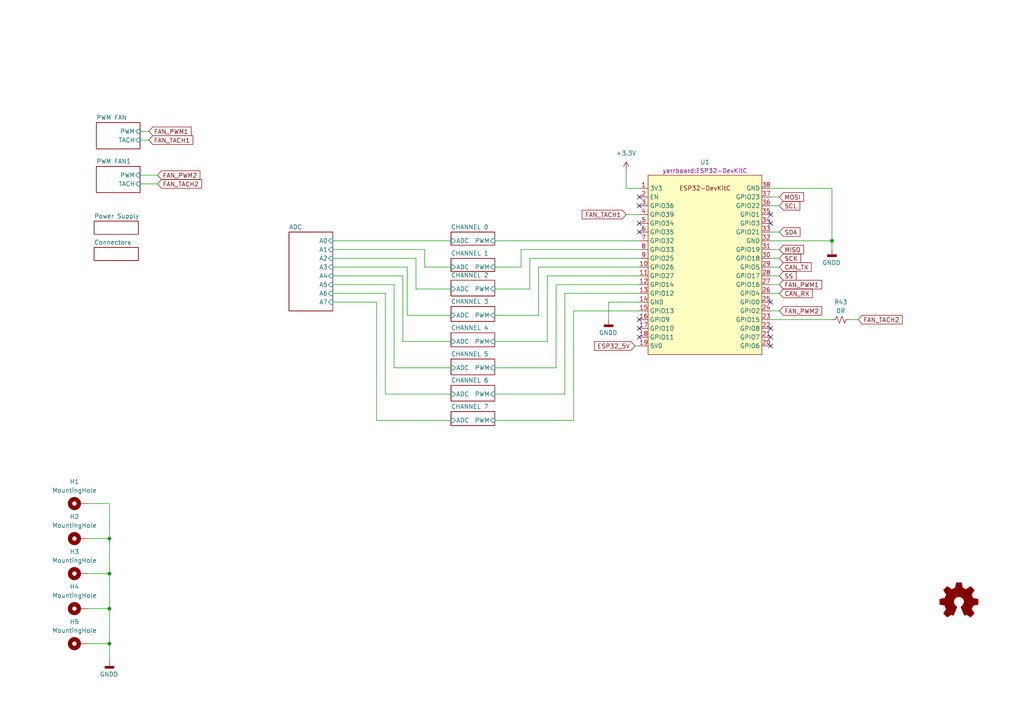
<source format=kicad_sch>
(kicad_sch (version 20231120) (generator "eeschema") (generator_version "8.0")
  (paper "A4")
  (title_block (title "Yarrboard 8ch Mosfet Driver") (rev "C1") (company "https://github.com/hoeken/yarrboard"))
  (lib_symbols
    (symbol "Device:R_Small_US" (pin_numbers hide) (pin_names (offset 0.254) hide)
      (property "Reference" "R" (at 0.762 0.508 0))
      (property "Value" "R_Small_US" (at 0.762 -1.016 0))
      (symbol "R_Small_US_1_1"
        (polyline (pts (xy 0 0) (xy 1.016 -0.381) (xy 0 -0.762) (xy -1.016 -1.143) (xy 0 -1.524)))
        (polyline (pts (xy 0 1.524) (xy 1.016 1.143) (xy 0 0.762) (xy -1.016 0.381) (xy 0 0)))
        (pin passive line (at 0 2.54 270) (length 1.016) (name "~") (number "1"))
        (pin passive line (at 0 -2.54 90) (length 1.016) (name "~") (number "2"))
      )
    )
    (symbol "Graphic:Logo_Open_Hardware_Small" (in_bom no) (on_board no)
      (symbol "Logo_Open_Hardware_Small_0_1"
        (polyline (pts (xy 3.3528 -4.3434) (xy 3.302 -4.318) (xy 3.175 -4.2418) (xy 2.9972 -4.1148) (xy 2.7686 -3.9624) (xy 2.54 -3.81) (xy 2.3622 -3.7084) (xy 2.2352 -3.6068) (xy 2.1844 -3.5814) (xy 2.159 -3.6068) (xy 2.0574 -3.6576) (xy 1.905 -3.7338) (xy 1.8034 -3.7846) (xy 1.6764 -3.8354) (xy 1.6002 -3.8354) (xy 1.6002 -3.8354) (xy 1.5494 -3.7338) (xy 1.4732 -3.5306) (xy 1.3462 -3.302) (xy 1.2446 -3.0226) (xy 1.1176 -2.7178) (xy 0.9652 -2.413) (xy 0.8636 -2.1082) (xy 0.7366 -1.8288) (xy 0.6604 -1.6256) (xy 0.6096 -1.4732) (xy 0.5842 -1.397) (xy 0.5842 -1.397) (xy 0.6604 -1.3208) (xy 0.7874 -1.2446) (xy 1.0414 -1.016) (xy 1.2954 -0.6858) (xy 1.4478 -0.3302) (xy 1.524 0.0762) (xy 1.4732 0.4572) (xy 1.3208 0.8128) (xy 1.0668 1.143) (xy 0.762 1.3716) (xy 0.4064 1.524) (xy 0 1.5748) (xy -0.381 1.5494) (xy -0.7366 1.397) (xy -1.0668 1.143) (xy -1.2192 0.9906) (xy -1.397 0.6604) (xy -1.524 0.3048) (xy -1.524 0.2286) (xy -1.4986 -0.1778) (xy -1.397 -0.5334) (xy -1.1938 -0.8636) (xy -0.9144 -1.143) (xy -0.8636 -1.1684) (xy -0.7366 -1.27) (xy -0.635 -1.3462) (xy -0.5842 -1.397) (xy -1.0668 -2.5908) (xy -1.143 -2.794) (xy -1.2954 -3.1242) (xy -1.397 -3.4036) (xy -1.4986 -3.6322) (xy -1.5748 -3.7846) (xy -1.6002 -3.8354) (xy -1.6002 -3.8354) (xy -1.651 -3.8354) (xy -1.7272 -3.81) (xy -1.905 -3.7338) (xy -2.0066 -3.683) (xy -2.1336 -3.6068) (xy -2.2098 -3.5814) (xy -2.2606 -3.6068) (xy -2.3622 -3.683) (xy -2.54 -3.81) (xy -2.7686 -3.9624) (xy -2.9718 -4.0894) (xy -3.1496 -4.2164) (xy -3.302 -4.318) (xy -3.3528 -4.3434) (xy -3.3782 -4.3434) (xy -3.429 -4.318) (xy -3.5306 -4.2164) (xy -3.7084 -4.064) (xy -3.937 -3.8354) (xy -3.9624 -3.81) (xy -4.1656 -3.6068) (xy -4.318 -3.4544) (xy -4.4196 -3.3274) (xy -4.445 -3.2766) (xy -4.445 -3.2766) (xy -4.4196 -3.2258) (xy -4.318 -3.0734) (xy -4.2164 -2.8956) (xy -4.064 -2.667) (xy -3.6576 -2.0828) (xy -3.8862 -1.5494) (xy -3.937 -1.3716) (xy -4.0386 -1.1684) (xy -4.0894 -1.0414) (xy -4.1148 -0.9652) (xy -4.191 -0.9398) (xy -4.318 -0.9144) (xy -4.5466 -0.8636) (xy -4.8006 -0.8128) (xy -5.0546 -0.7874) (xy -5.2578 -0.7366) (xy -5.4356 -0.7112) (xy -5.5118 -0.6858) (xy -5.5118 -0.6858) (xy -5.5372 -0.635) (xy -5.5372 -0.5588) (xy -5.5372 -0.4318) (xy -5.5626 -0.2286) (xy -5.5626 0.0762) (xy -5.5626 0.127) (xy -5.5372 0.4064) (xy -5.5372 0.635) (xy -5.5372 0.762) (xy -5.5372 0.8382) (xy -5.5372 0.8382) (xy -5.461 0.8382) (xy -5.3086 0.889) (xy -5.08 0.9144) (xy -4.826 0.9652) (xy -4.8006 0.9906) (xy -4.5466 1.0414) (xy -4.318 1.0668) (xy -4.1656 1.1176) (xy -4.0894 1.143) (xy -4.0894 1.143) (xy -4.0386 1.2446) (xy -3.9624 1.4224) (xy -3.8608 1.6256) (xy -3.7846 1.8288) (xy -3.7084 2.0066) (xy -3.6576 2.159) (xy -3.6322 2.2098) (xy -3.6322 2.2098) (xy -3.683 2.286) (xy -3.7592 2.413) (xy -3.8862 2.5908) (xy -4.064 2.8194) (xy -4.064 2.8448) (xy -4.2164 3.0734) (xy -4.3434 3.2512) (xy -4.4196 3.3782) (xy -4.445 3.4544) (xy -4.445 3.4544) (xy -4.3942 3.5052) (xy -4.2926 3.6322) (xy -4.1148 3.81) (xy -3.937 4.0132) (xy -3.8608 4.064) (xy -3.6576 4.2926) (xy -3.5052 4.4196) (xy -3.4036 4.4958) (xy -3.3528 4.5212) (xy -3.3528 4.5212) (xy -3.302 4.4704) (xy -3.1496 4.3688) (xy -2.9718 4.2418) (xy -2.7432 4.0894) (xy -2.7178 4.0894) (xy -2.4892 3.937) (xy -2.3114 3.81) (xy -2.1844 3.7084) (xy -2.1336 3.683) (xy -2.1082 3.683) (xy -2.032 3.7084) (xy -1.8542 3.7592) (xy -1.6764 3.8354) (xy -1.4732 3.937) (xy -1.27 4.0132) (xy -1.143 4.064) (xy -1.0668 4.1148) (xy -1.0668 4.1148) (xy -1.0414 4.191) (xy -1.016 4.3434) (xy -0.9652 4.572) (xy -0.9144 4.8514) (xy -0.889 4.9022) (xy -0.8382 5.1562) (xy -0.8128 5.3848) (xy -0.7874 5.5372) (xy -0.762 5.588) (xy -0.7112 5.6134) (xy -0.5842 5.6134) (xy -0.4064 5.6134) (xy -0.1524 5.6134) (xy 0.0762 5.6134) (xy 0.3302 5.6134) (xy 0.5334 5.6134) (xy 0.6858 5.588) (xy 0.7366 5.588) (xy 0.7366 5.588) (xy 0.762 5.5118) (xy 0.8128 5.334) (xy 0.8382 5.1054) (xy 0.9144 4.826) (xy 0.9144 4.7752) (xy 0.9652 4.5212) (xy 1.016 4.2926) (xy 1.0414 4.1402) (xy 1.0668 4.0894) (xy 1.0668 4.0894) (xy 1.1938 4.0386) (xy 1.3716 3.9624) (xy 1.5748 3.8608) (xy 2.0828 3.6576) (xy 2.7178 4.0894) (xy 2.7686 4.1402) (xy 2.9972 4.2926) (xy 3.175 4.4196) (xy 3.302 4.4958) (xy 3.3782 4.5212) (xy 3.3782 4.5212) (xy 3.429 4.4704) (xy 3.556 4.3434) (xy 3.7338 4.191) (xy 3.9116 3.9878) (xy 4.064 3.8354) (xy 4.2418 3.6576) (xy 4.3434 3.556) (xy 4.4196 3.4798) (xy 4.4196 3.429) (xy 4.4196 3.4036) (xy 4.3942 3.3274) (xy 4.2926 3.2004) (xy 4.1656 2.9972) (xy 4.0132 2.794) (xy 3.8862 2.5908) (xy 3.7592 2.3876) (xy 3.6576 2.2352) (xy 3.6322 2.159) (xy 3.6322 2.1336) (xy 3.683 2.0066) (xy 3.7592 1.8288) (xy 3.8608 1.6002) (xy 4.064 1.1176) (xy 4.3942 1.0414) (xy 4.5974 1.016) (xy 4.8768 0.9652) (xy 5.1308 0.9144) (xy 5.5372 0.8382) (xy 5.5626 -0.6604) (xy 5.4864 -0.6858) (xy 5.4356 -0.6858) (xy 5.2832 -0.7366) (xy 5.0546 -0.762) (xy 4.8006 -0.8128) (xy 4.5974 -0.8636) (xy 4.3688 -0.9144) (xy 4.2164 -0.9398) (xy 4.1402 -0.9398) (xy 4.1148 -0.9652) (xy 4.064 -1.0668) (xy 3.9878 -1.2446) (xy 3.9116 -1.4478) (xy 3.81 -1.651) (xy 3.7338 -1.8542) (xy 3.683 -2.0066) (xy 3.6576 -2.0828) (xy 3.683 -2.1336) (xy 3.7846 -2.2606) (xy 3.8862 -2.4638) (xy 4.0386 -2.667) (xy 4.191 -2.8956) (xy 4.318 -3.0734) (xy 4.3942 -3.2004) (xy 4.445 -3.2766) (xy 4.4196 -3.3274) (xy 4.3434 -3.429) (xy 4.1656 -3.5814) (xy 3.937 -3.8354) (xy 3.8862 -3.8608) (xy 3.683 -4.064) (xy 3.5306 -4.2164) (xy 3.4036 -4.318) (xy 3.3528 -4.3434)) (fill (type outline)))
      )
    )
    (symbol "Mechanical:MountingHole_Pad" (pin_numbers hide) (pin_names (offset 1.016) hide)
      (property "Reference" "H" (at 0 6.35 0))
      (property "Value" "MountingHole_Pad" (at 0 4.445 0))
      (symbol "MountingHole_Pad_0_1"
        (circle (center 0 1.27) (radius 1.27) (stroke (width 1.27)))
      )
      (symbol "MountingHole_Pad_1_1"
        (pin input line (at 0 -2.54 90) (length 2.54) (name "1") (number "1"))
      )
    )
    (symbol "gnarboard:ESP32_DevKit_C"
      (property "Reference" "U" (at 0 29.21 0))
      (symbol "ESP32_DevKit_C_1_1"
        (rectangle (start -16.51 25.4) (end 16.51 -26.67) (fill (type background)))
        (text "ESP32-DevKitC" (at 0 21.59 0) (effects (font (size 1.27 1.27))))
        (pin power_out line (at -19.05 21.59 0) (length 2.54) (name "3V3") (number "1"))
        (pin bidirectional line (at -19.05 -1.27 0) (length 2.54) (name "GPIO26") (number "10"))
        (pin bidirectional line (at -19.05 -3.81 0) (length 2.54) (name "GPIO27") (number "11"))
        (pin bidirectional line (at -19.05 -6.35 0) (length 2.54) (name "GPIO14") (number "12"))
        (pin bidirectional line (at -19.05 -8.89 0) (length 2.54) (name "GPIO12") (number "13"))
        (pin power_in line (at -19.05 -11.43 0) (length 2.54) (name "GND") (number "14"))
        (pin bidirectional line (at -19.05 -13.97 0) (length 2.54) (name "GPIO13") (number "15"))
        (pin bidirectional line (at -19.05 -16.51 0) (length 2.54) (name "GPIO9") (number "16"))
        (pin bidirectional line (at -19.05 -19.05 0) (length 2.54) (name "GPIO10") (number "17"))
        (pin bidirectional line (at -19.05 -21.59 0) (length 2.54) (name "GPIO11") (number "18"))
        (pin power_in line (at -19.05 -24.13 0) (length 2.54) (name "5V0") (number "19"))
        (pin bidirectional line (at -19.05 19.05 0) (length 2.54) (name "EN") (number "2"))
        (pin bidirectional line (at 19.05 -24.13 180) (length 2.54) (name "GPIO6") (number "20"))
        (pin bidirectional line (at 19.05 -21.59 180) (length 2.54) (name "GPIO7") (number "21"))
        (pin bidirectional line (at 19.05 -19.05 180) (length 2.54) (name "GPIO8") (number "22"))
        (pin bidirectional line (at 19.05 -16.51 180) (length 2.54) (name "GPIO15") (number "23"))
        (pin bidirectional line (at 19.05 -13.97 180) (length 2.54) (name "GPIO2") (number "24"))
        (pin bidirectional line (at 19.05 -11.43 180) (length 2.54) (name "GPIO0") (number "25"))
        (pin bidirectional line (at 19.05 -8.89 180) (length 2.54) (name "GPIO4") (number "26"))
        (pin bidirectional line (at 19.05 -6.35 180) (length 2.54) (name "GPIO16") (number "27"))
        (pin bidirectional line (at 19.05 -3.81 180) (length 2.54) (name "GPIO17") (number "28"))
        (pin bidirectional line (at 19.05 -1.27 180) (length 2.54) (name "GPIO5") (number "29"))
        (pin bidirectional line (at -19.05 16.51 0) (length 2.54) (name "GPIO36") (number "3"))
        (pin bidirectional line (at 19.05 1.27 180) (length 2.54) (name "GPIO18") (number "30"))
        (pin bidirectional line (at 19.05 3.81 180) (length 2.54) (name "GPIO19") (number "31"))
        (pin power_in line (at 19.05 6.35 180) (length 2.54) (name "GND") (number "32"))
        (pin bidirectional line (at 19.05 8.89 180) (length 2.54) (name "GPIO21") (number "33"))
        (pin bidirectional line (at 19.05 11.43 180) (length 2.54) (name "GPIO3") (number "34"))
        (pin bidirectional line (at 19.05 13.97 180) (length 2.54) (name "GPIO1") (number "35"))
        (pin bidirectional line (at 19.05 16.51 180) (length 2.54) (name "GPIO22") (number "36"))
        (pin bidirectional line (at 19.05 19.05 180) (length 2.54) (name "GPIO23") (number "37"))
        (pin power_in line (at 19.05 21.59 180) (length 2.54) (name "GND") (number "38"))
        (pin bidirectional line (at -19.05 13.97 0) (length 2.54) (name "GPIO39") (number "4"))
        (pin bidirectional line (at -19.05 11.43 0) (length 2.54) (name "GPIO34") (number "5"))
        (pin bidirectional line (at -19.05 8.89 0) (length 2.54) (name "GPIO35") (number "6"))
        (pin bidirectional line (at -19.05 6.35 0) (length 2.54) (name "GPIO32") (number "7"))
        (pin bidirectional line (at -19.05 3.81 0) (length 2.54) (name "GPIO33") (number "8"))
        (pin bidirectional line (at -19.05 1.27 0) (length 2.54) (name "GPIO25") (number "9"))
      )
    )
    (symbol "power:+3.3V" (power) (pin_names (offset 0))
      (property "Value" "+3.3V" (at 0 3.556 0))
      (symbol "+3.3V_0_1"
        (polyline (pts (xy -0.762 1.27) (xy 0 2.54)))
        (polyline (pts (xy 0 0) (xy 0 2.54)))
        (polyline (pts (xy 0 2.54) (xy 0.762 1.27)))
      )
      (symbol "+3.3V_1_1"
        (pin power_in line (at 0 0 90) (length 0) hide (name "+3.3V") (number "1"))
      )
    )
    (symbol "power:GNDD" (power) (pin_names (offset 0))
      (property "Value" "GNDD" (at 0 -3.175 0))
      (symbol "GNDD_0_1"
        (rectangle (start -1.27 -1.524) (end 1.27 -2.032) (stroke (width 0.254)) (fill (type outline)))
        (polyline (pts (xy 0 0) (xy 0 -1.524)))
      )
      (symbol "GNDD_1_1"
        (pin power_in line (at 0 0 270) (length 0) hide (name "GNDD") (number "1"))
      )
    )
  )
  (junction (at 31.75 156.21))
  (junction (at 31.75 186.69))
  (junction (at 31.75 166.37))
  (junction (at 31.75 176.53))
  (junction (at 241.3 69.85))
  (no_connect (at 185.42 64.77))
  (no_connect (at 185.42 57.15))
  (no_connect (at 223.52 97.79))
  (no_connect (at 185.42 95.25))
  (no_connect (at 185.42 97.79))
  (no_connect (at 185.42 92.71))
  (no_connect (at 185.42 59.69))
  (no_connect (at 223.52 64.77))
  (no_connect (at 223.52 62.23))
  (no_connect (at 223.52 100.33))
  (no_connect (at 223.52 87.63))
  (no_connect (at 185.42 67.31))
  (no_connect (at 223.52 95.25))
  (wire (pts (xy 181.61 62.23) (xy 185.42 62.23)))
  (wire (pts (xy 40.64 40.64) (xy 43.18 40.64)))
  (wire (pts (xy 185.42 82.55) (xy 161.29 82.55)))
  (wire (pts (xy 223.52 85.09) (xy 226.06 85.09)))
  (wire (pts (xy 31.75 166.37) (xy 31.75 156.21)))
  (wire (pts (xy 114.3 106.68) (xy 114.3 82.55)))
  (wire (pts (xy 31.75 176.53) (xy 31.75 186.69)))
  (wire (pts (xy 166.37 90.17) (xy 185.42 90.17)))
  (wire (pts (xy 223.52 69.85) (xy 241.3 69.85)))
  (wire (pts (xy 118.11 77.47) (xy 96.52 77.47)))
  (wire (pts (xy 96.52 74.93) (xy 120.65 74.93)))
  (wire (pts (xy 158.75 99.06) (xy 143.51 99.06)))
  (wire (pts (xy 130.81 77.47) (xy 123.19 77.47)))
  (wire (pts (xy 40.64 50.8) (xy 45.72 50.8)))
  (wire (pts (xy 153.67 83.82) (xy 153.67 74.93)))
  (wire (pts (xy 130.81 91.44) (xy 118.11 91.44)))
  (wire (pts (xy 130.81 106.68) (xy 114.3 106.68)))
  (wire (pts (xy 25.4 146.05) (xy 31.75 146.05)))
  (wire (pts (xy 96.52 85.09) (xy 111.76 85.09)))
  (wire (pts (xy 161.29 106.68) (xy 143.51 106.68)))
  (wire (pts (xy 223.52 74.93) (xy 226.06 74.93)))
  (wire (pts (xy 158.75 80.01) (xy 158.75 99.06)))
  (wire (pts (xy 31.75 146.05) (xy 31.75 156.21)))
  (wire (pts (xy 114.3 82.55) (xy 96.52 82.55)))
  (wire (pts (xy 143.51 121.92) (xy 166.37 121.92)))
  (wire (pts (xy 151.13 77.47) (xy 151.13 72.39)))
  (wire (pts (xy 31.75 156.21) (xy 25.4 156.21)))
  (wire (pts (xy 25.4 176.53) (xy 31.75 176.53)))
  (wire (pts (xy 96.52 87.63) (xy 109.22 87.63)))
  (wire (pts (xy 123.19 72.39) (xy 96.52 72.39)))
  (wire (pts (xy 223.52 72.39) (xy 226.06 72.39)))
  (wire (pts (xy 31.75 166.37) (xy 31.75 176.53)))
  (wire (pts (xy 181.61 54.61) (xy 185.42 54.61)))
  (wire (pts (xy 176.53 87.63) (xy 185.42 87.63)))
  (wire (pts (xy 156.21 91.44) (xy 156.21 77.47)))
  (wire (pts (xy 109.22 87.63) (xy 109.22 121.92)))
  (wire (pts (xy 223.52 57.15) (xy 226.06 57.15)))
  (wire (pts (xy 25.4 186.69) (xy 31.75 186.69)))
  (wire (pts (xy 223.52 90.17) (xy 226.06 90.17)))
  (wire (pts (xy 151.13 72.39) (xy 185.42 72.39)))
  (wire (pts (xy 120.65 83.82) (xy 130.81 83.82)))
  (wire (pts (xy 109.22 121.92) (xy 130.81 121.92)))
  (wire (pts (xy 241.3 54.61) (xy 241.3 69.85)))
  (wire (pts (xy 163.83 114.3) (xy 143.51 114.3)))
  (wire (pts (xy 223.52 82.55) (xy 226.06 82.55)))
  (wire (pts (xy 116.84 80.01) (xy 116.84 99.06)))
  (wire (pts (xy 223.52 92.71) (xy 241.3 92.71)))
  (wire (pts (xy 40.64 53.34) (xy 45.72 53.34)))
  (wire (pts (xy 166.37 90.17) (xy 166.37 121.92)))
  (wire (pts (xy 31.75 186.69) (xy 31.75 191.77)))
  (wire (pts (xy 96.52 80.01) (xy 116.84 80.01)))
  (wire (pts (xy 185.42 85.09) (xy 163.83 85.09)))
  (wire (pts (xy 223.52 59.69) (xy 226.06 59.69)))
  (wire (pts (xy 25.4 166.37) (xy 31.75 166.37)))
  (wire (pts (xy 241.3 54.61) (xy 223.52 54.61)))
  (wire (pts (xy 181.61 49.53) (xy 181.61 54.61)))
  (wire (pts (xy 184.15 100.33) (xy 185.42 100.33)))
  (wire (pts (xy 246.38 92.71) (xy 248.92 92.71)))
  (wire (pts (xy 223.52 80.01) (xy 226.06 80.01)))
  (wire (pts (xy 153.67 74.93) (xy 185.42 74.93)))
  (wire (pts (xy 111.76 85.09) (xy 111.76 114.3)))
  (wire (pts (xy 223.52 67.31) (xy 226.06 67.31)))
  (wire (pts (xy 40.64 38.1) (xy 43.18 38.1)))
  (wire (pts (xy 223.52 77.47) (xy 226.06 77.47)))
  (wire (pts (xy 123.19 77.47) (xy 123.19 72.39)))
  (wire (pts (xy 241.3 72.39) (xy 241.3 69.85)))
  (wire (pts (xy 111.76 114.3) (xy 130.81 114.3)))
  (wire (pts (xy 156.21 91.44) (xy 143.51 91.44)))
  (wire (pts (xy 96.52 69.85) (xy 130.81 69.85)))
  (wire (pts (xy 161.29 82.55) (xy 161.29 106.68)))
  (wire (pts (xy 116.84 99.06) (xy 130.81 99.06)))
  (wire (pts (xy 143.51 69.85) (xy 185.42 69.85)))
  (wire (pts (xy 143.51 77.47) (xy 151.13 77.47)))
  (wire (pts (xy 143.51 83.82) (xy 153.67 83.82)))
  (wire (pts (xy 185.42 77.47) (xy 156.21 77.47)))
  (wire (pts (xy 185.42 80.01) (xy 158.75 80.01)))
  (wire (pts (xy 118.11 77.47) (xy 118.11 91.44)))
  (wire (pts (xy 176.53 92.71) (xy 176.53 87.63)))
  (wire (pts (xy 163.83 85.09) (xy 163.83 114.3)))
  (wire (pts (xy 120.65 83.82) (xy 120.65 74.93)))
  (global_label "SCL" (shape input) (at 226.06 59.69 0) (property "Intersheetrefs" "${INTERSHEET_REFS}" (effects (hide yes))))
  (global_label "SS" (shape input) (at 226.06 80.01 0) (property "Intersheetrefs" "${INTERSHEET_REFS}" (effects (hide yes))))
  (global_label "FAN_TACH2" (shape input) (at 45.72 53.34 0) (property "Intersheetrefs" "${INTERSHEET_REFS}" (effects (hide yes))))
  (global_label "CAN_TX" (shape input) (at 226.06 77.47 0) (property "Intersheetrefs" "${INTERSHEET_REFS}" (effects (hide yes))))
  (global_label "SDA" (shape input) (at 226.06 67.31 0) (property "Intersheetrefs" "${INTERSHEET_REFS}" (effects (hide yes))))
  (global_label "FAN_PWM1" (shape input) (at 226.06 82.55 0) (property "Intersheetrefs" "${INTERSHEET_REFS}" (effects (hide yes))))
  (global_label "MOSI" (shape input) (at 226.06 57.15 0) (property "Intersheetrefs" "${INTERSHEET_REFS}" (effects (hide yes))))
  (global_label "ESP32_5V" (shape input) (at 184.15 100.33 180) (property "Intersheetrefs" "${INTERSHEET_REFS}" (effects (hide yes))))
  (global_label "FAN_PWM2" (shape input) (at 45.72 50.8 0) (property "Intersheetrefs" "${INTERSHEET_REFS}" (effects (hide yes))))
  (global_label "MISO" (shape input) (at 226.06 72.39 0) (property "Intersheetrefs" "${INTERSHEET_REFS}" (effects (hide yes))))
  (global_label "SCK" (shape input) (at 226.06 74.93 0) (property "Intersheetrefs" "${INTERSHEET_REFS}" (effects (hide yes))))
  (global_label "FAN_PWM1" (shape input) (at 43.18 38.1 0) (property "Intersheetrefs" "${INTERSHEET_REFS}" (effects (hide yes))))
  (global_label "CAN_RX" (shape input) (at 226.06 85.09 0) (property "Intersheetrefs" "${INTERSHEET_REFS}" (effects (hide yes))))
  (global_label "FAN_TACH2" (shape input) (at 248.92 92.71 0) (property "Intersheetrefs" "${INTERSHEET_REFS}" (effects (hide yes))))
  (global_label "FAN_TACH1" (shape input) (at 43.18 40.64 0) (property "Intersheetrefs" "${INTERSHEET_REFS}" (effects (hide yes))))
  (global_label "FAN_PWM2" (shape input) (at 226.06 90.17 0) (property "Intersheetrefs" "${INTERSHEET_REFS}" (effects (hide yes))))
  (global_label "FAN_TACH1" (shape input) (at 181.61 62.23 180) (property "Intersheetrefs" "${INTERSHEET_REFS}" (effects (hide yes))))
  (symbol (lib_id "Device:R_Small_US") (at 243.84 92.71 90) (unit 1)
    (property "Reference" "R43" (at 243.84 87.63 90))
    (property "Value" "0R" (at 243.84 90.17 90))
    (property "Footprint" "Resistor_SMD:R_0805_2012Metric_Pad1.20x1.40mm_HandSolder" (effects (hide yes)))
  )
  (symbol (lib_id "power:GNDD") (at 241.3 72.39 0) (unit 1)
    (property "Reference" "#PWR05" (effects (hide yes)))
    (property "Value" "GNDD" (at 243.84 76.2 0) (effects (justify right)))
  )
  (symbol (lib_id "Mechanical:MountingHole_Pad") (at 22.86 166.37 90) (unit 1) (in_bom no)
    (property "Reference" "H3" (at 21.59 160.02 90))
    (property "Value" "MountingHole" (at 21.59 162.56 90))
    (property "Footprint" "MountingHole:MountingHole_3.2mm_M3_DIN965_Pad" (effects (hide yes)))
  )
  (symbol (lib_id "power:+3.3V") (at 181.61 49.53 0) (unit 1)
    (property "Reference" "#PWR02" (effects (hide yes)))
    (property "Value" "+3.3V" (at 181.61 44.45 0))
  )
  (symbol (lib_id "Mechanical:MountingHole_Pad") (at 22.86 186.69 90) (unit 1) (in_bom no)
    (property "Reference" "H5" (at 21.59 180.34 90))
    (property "Value" "MountingHole" (at 21.59 182.88 90))
    (property "Footprint" "MountingHole:MountingHole_3.2mm_M3_DIN965_Pad" (effects (hide yes)))
  )
  (symbol (lib_id "Mechanical:MountingHole_Pad") (at 22.86 156.21 90) (unit 1) (in_bom no)
    (property "Reference" "H2" (at 21.59 149.86 90))
    (property "Value" "MountingHole" (at 21.59 152.4 90))
    (property "Footprint" "MountingHole:MountingHole_3.2mm_M3_DIN965_Pad" (effects (hide yes)))
  )
  (symbol (lib_id "gnarboard:ESP32_DevKit_C") (at 204.47 76.2 0) (unit 1)
    (property "Reference" "U1" (at 204.47 46.99 0))
    (property "Value" "ESP32-DEVKITC" (effects (hide yes)))
    (property "Footprint" "yarrboard:ESP32-DevKitC" (at 204.47 49.53 0))
    (property "Mouser" "356-ESP32-DEVKITC32E " (effects (hide yes)))
  )
  (symbol (lib_id "Mechanical:MountingHole_Pad") (at 22.86 146.05 90) (unit 1) (in_bom no)
    (property "Reference" "H1" (at 21.59 139.7 90))
    (property "Value" "MountingHole" (at 21.59 142.24 90))
    (property "Footprint" "MountingHole:MountingHole_3.2mm_M3_DIN965_Pad" (effects (hide yes)))
  )
  (symbol (lib_id "power:GNDD") (at 31.75 191.77 0) (unit 1)
    (property "Reference" "#PWR067" (effects (hide yes)))
    (property "Value" "GNDD" (at 34.29 195.58 0) (effects (justify right)))
  )
  (symbol (lib_id "Mechanical:MountingHole_Pad") (at 22.86 176.53 90) (unit 1) (in_bom no)
    (property "Reference" "H4" (at 21.59 170.18 90))
    (property "Value" "MountingHole" (at 21.59 172.72 90))
    (property "Footprint" "MountingHole:MountingHole_3.2mm_M3_DIN965_Pad" (effects (hide yes)))
  )
  (symbol (lib_id "power:GNDD") (at 176.53 92.71 0) (unit 1)
    (property "Reference" "#PWR04" (effects (hide yes)))
    (property "Value" "GNDD" (at 179.07 96.52 0) (effects (justify right)))
  )
  (symbol (lib_id "Graphic:Logo_Open_Hardware_Small") (at 278.13 174.625 0) (unit 1) (exclude_from_sim yes) (in_bom no) (on_board no)
    (property "Reference" "#SYM1" (effects (hide yes)))
    (property "Value" "Logo_Open_Hardware_Small" (effects (hide yes)))
    (property "Footprint" "Symbol:OSHW-Logo2_14.6x12mm_SilkScreen" (effects (hide yes)))
  )
  (sheet (at 27.305 71.755) (size 12.827 3.81) (stroke (width 0.1524))
    (property "Sheetname" "Connectors" (at 27.305 71.0434 0) (effects (justify left bottom)))
    (property "Sheetfile" "connectors.kicad_sch" (effects (hide yes)))
  )
  (sheet (at 27.94 48.26) (size 12.7 7.62) (stroke (width 0.1524))
    (property "Sheetname" "PWM FAN1" (at 27.94 47.5484 0) (effects (justify left bottom)))
    (property "Sheetfile" "pwm fan.kicad_sch" (effects (hide yes)))
    (pin "PWM" input (at 40.64 50.8 0))
    (pin "TACH" input (at 40.64 53.34 0))
  )
  (sheet (at 130.81 67.31) (size 12.7 3.81) (stroke (width 0.1524))
    (property "Sheetname" "CHANNEL 0" (at 130.81 66.5984 0) (effects (justify left bottom)))
    (property "Sheetfile" "mosfet.kicad_sch" (effects (hide yes)))
    (pin "PWM" input (at 143.51 69.85 0))
    (pin "ADC" input (at 130.81 69.85 180))
  )
  (sheet (at 130.81 81.28) (size 12.7 4.572) (stroke (width 0.1524))
    (property "Sheetname" "CHANNEL 2" (at 130.81 80.5684 0) (effects (justify left bottom)))
    (property "Sheetfile" "mosfet.kicad_sch" (effects (hide yes)))
    (pin "PWM" input (at 143.51 83.82 0))
    (pin "ADC" input (at 130.81 83.82 180))
  )
  (sheet (at 130.81 104.14) (size 12.7 4.572) (stroke (width 0.1524))
    (property "Sheetname" "CHANNEL 5" (at 130.81 103.4284 0) (effects (justify left bottom)))
    (property "Sheetfile" "mosfet.kicad_sch" (effects (hide yes)))
    (pin "PWM" input (at 143.51 106.68 0))
    (pin "ADC" input (at 130.81 106.68 180))
  )
  (sheet (at 130.81 111.76) (size 12.7 4.572) (stroke (width 0.1524))
    (property "Sheetname" "CHANNEL 6" (at 130.81 111.0484 0) (effects (justify left bottom)))
    (property "Sheetfile" "mosfet.kicad_sch" (effects (hide yes)))
    (pin "PWM" input (at 143.51 114.3 0))
    (pin "ADC" input (at 130.81 114.3 180))
  )
  (sheet (at 130.81 88.9) (size 12.7 4.318) (stroke (width 0.1524))
    (property "Sheetname" "CHANNEL 3" (at 130.81 88.1884 0) (effects (justify left bottom)))
    (property "Sheetfile" "mosfet.kicad_sch" (effects (hide yes)))
    (pin "PWM" input (at 143.51 91.44 0))
    (pin "ADC" input (at 130.81 91.44 180))
  )
  (sheet (at 130.81 96.52) (size 12.7 4.064) (stroke (width 0.1524))
    (property "Sheetname" "CHANNEL 4" (at 130.81 95.8084 0) (effects (justify left bottom)))
    (property "Sheetfile" "mosfet.kicad_sch" (effects (hide yes)))
    (pin "PWM" input (at 143.51 99.06 0))
    (pin "ADC" input (at 130.81 99.06 180))
  )
  (sheet (at 130.81 119.38) (size 12.7 4.064) (stroke (width 0.1524))
    (property "Sheetname" "CHANNEL 7" (at 130.81 118.6684 0) (effects (justify left bottom)))
    (property "Sheetfile" "mosfet.kicad_sch" (effects (hide yes)))
    (pin "PWM" input (at 143.51 121.92 0))
    (pin "ADC" input (at 130.81 121.92 180))
  )
  (sheet (at 27.94 35.56) (size 12.7 7.62) (stroke (width 0.1524))
    (property "Sheetname" "PWM FAN" (at 27.94 34.8484 0) (effects (justify left bottom)))
    (property "Sheetfile" "pwm fan.kicad_sch" (effects (hide yes)))
    (pin "PWM" input (at 40.64 38.1 0))
    (pin "TACH" input (at 40.64 40.64 0))
  )
  (sheet (at 83.82 67.31) (size 12.7 22.86) (stroke (width 0.1524))
    (property "Sheetname" "ADC" (at 83.82 66.5984 0) (effects (justify left bottom)))
    (property "Sheetfile" "adc.kicad_sch" (effects (hide yes)))
    (pin "A6" input (at 96.52 85.09 0))
    (pin "A5" input (at 96.52 82.55 0))
    (pin "A7" input (at 96.52 87.63 0))
    (pin "A2" input (at 96.52 74.93 0))
    (pin "A3" input (at 96.52 77.47 0))
    (pin "A0" input (at 96.52 69.85 0))
    (pin "A4" input (at 96.52 80.01 0))
    (pin "A1" input (at 96.52 72.39 0))
  )
  (sheet (at 130.81 74.93) (size 12.7 3.81) (stroke (width 0.1524))
    (property "Sheetname" "CHANNEL 1" (at 130.81 74.2184 0) (effects (justify left bottom)))
    (property "Sheetfile" "mosfet.kicad_sch" (effects (hide yes)))
    (pin "PWM" input (at 143.51 77.47 0))
    (pin "ADC" input (at 130.81 77.47 180))
  )
  (sheet (at 27.305 64.135) (size 12.827 3.81) (stroke (width 0.1524))
    (property "Sheetname" "Power Supply" (at 27.305 63.4234 0) (effects (justify left bottom)))
    (property "Sheetfile" "power.kicad_sch" (effects (hide yes)))
  )
)
</source>
